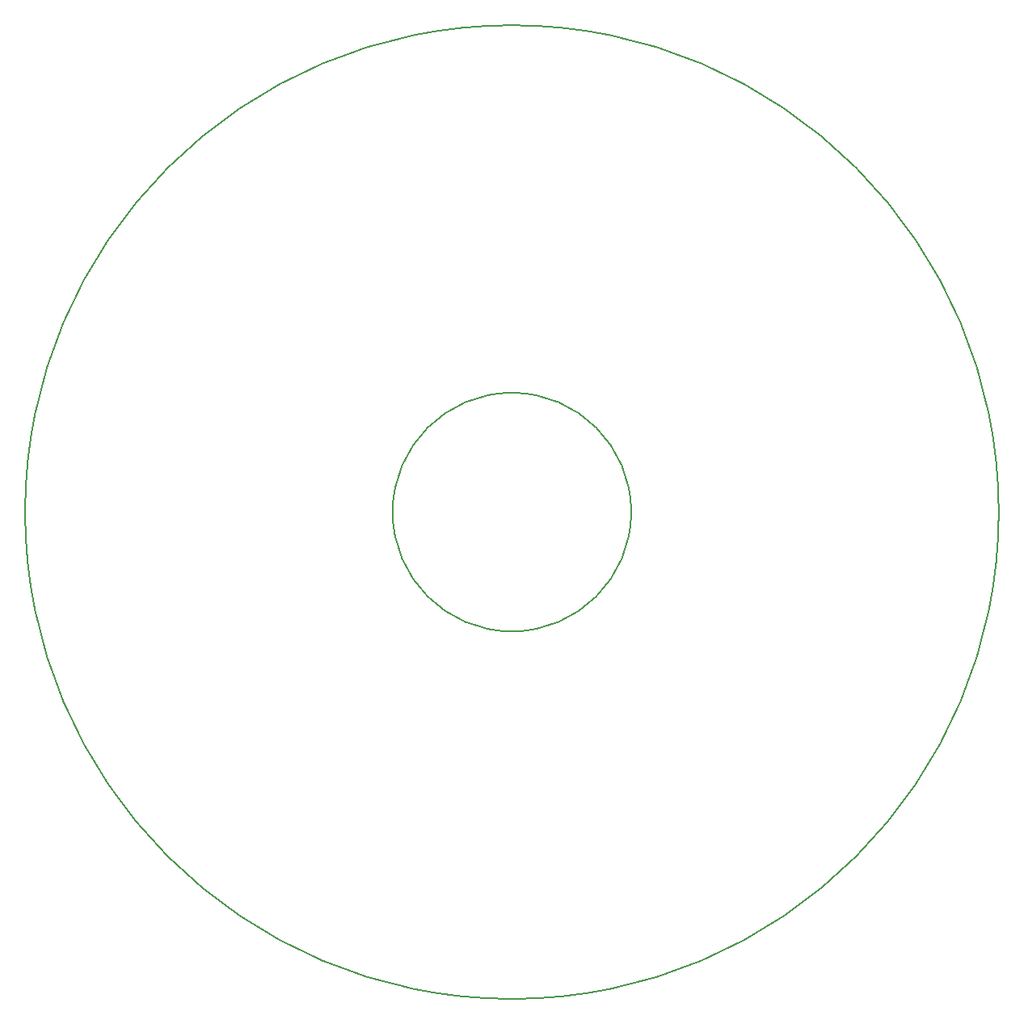
<source format=gbr>
G04 #@! TF.GenerationSoftware,KiCad,Pcbnew,(2017-12-21 revision 7586afd53)-makepkg*
G04 #@! TF.CreationDate,2018-01-22T18:21:21-08:00*
G04 #@! TF.ProjectId,fieldmill,6669656C646D696C6C2E6B696361645F,A*
G04 #@! TF.SameCoordinates,Original*
G04 #@! TF.FileFunction,Profile,NP*
%FSLAX46Y46*%
G04 Gerber Fmt 4.6, Leading zero omitted, Abs format (unit mm)*
G04 Created by KiCad (PCBNEW (2017-12-21 revision 7586afd53)-makepkg) date 01/22/18 18:21:21*
%MOMM*%
%LPD*%
G01*
G04 APERTURE LIST*
%ADD10C,0.150000*%
G04 APERTURE END LIST*
D10*
X112500000Y-100000000D02*
G75*
G03X112500000Y-100000000I-12500000J0D01*
G01*
X151000000Y-100000000D02*
G75*
G03X151000000Y-100000000I-51000000J0D01*
G01*
M02*

</source>
